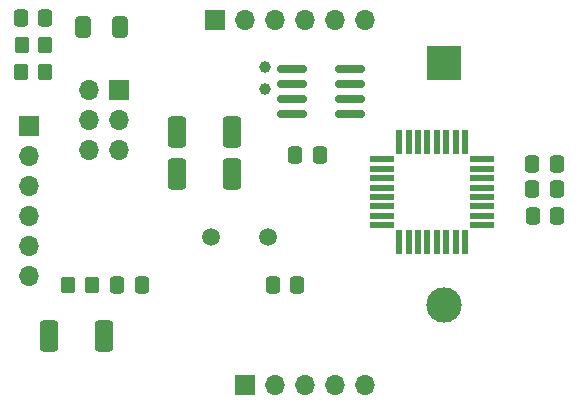
<source format=gbr>
%TF.GenerationSoftware,KiCad,Pcbnew,7.0.7*%
%TF.CreationDate,2024-12-30T17:22:27+01:00*%
%TF.ProjectId,Movement5037,4d6f7665-6d65-46e7-9435-3033372e6b69,rev?*%
%TF.SameCoordinates,Original*%
%TF.FileFunction,Soldermask,Top*%
%TF.FilePolarity,Negative*%
%FSLAX46Y46*%
G04 Gerber Fmt 4.6, Leading zero omitted, Abs format (unit mm)*
G04 Created by KiCad (PCBNEW 7.0.7) date 2024-12-30 17:22:27*
%MOMM*%
%LPD*%
G01*
G04 APERTURE LIST*
G04 Aperture macros list*
%AMRoundRect*
0 Rectangle with rounded corners*
0 $1 Rounding radius*
0 $2 $3 $4 $5 $6 $7 $8 $9 X,Y pos of 4 corners*
0 Add a 4 corners polygon primitive as box body*
4,1,4,$2,$3,$4,$5,$6,$7,$8,$9,$2,$3,0*
0 Add four circle primitives for the rounded corners*
1,1,$1+$1,$2,$3*
1,1,$1+$1,$4,$5*
1,1,$1+$1,$6,$7*
1,1,$1+$1,$8,$9*
0 Add four rect primitives between the rounded corners*
20,1,$1+$1,$2,$3,$4,$5,0*
20,1,$1+$1,$4,$5,$6,$7,0*
20,1,$1+$1,$6,$7,$8,$9,0*
20,1,$1+$1,$8,$9,$2,$3,0*%
G04 Aperture macros list end*
%ADD10RoundRect,0.249999X-0.512501X-1.075001X0.512501X-1.075001X0.512501X1.075001X-0.512501X1.075001X0*%
%ADD11R,1.700000X1.700000*%
%ADD12O,1.700000X1.700000*%
%ADD13RoundRect,0.250000X-0.412500X-0.650000X0.412500X-0.650000X0.412500X0.650000X-0.412500X0.650000X0*%
%ADD14C,1.000000*%
%ADD15RoundRect,0.250000X0.337500X0.475000X-0.337500X0.475000X-0.337500X-0.475000X0.337500X-0.475000X0*%
%ADD16RoundRect,0.250000X-0.337500X-0.475000X0.337500X-0.475000X0.337500X0.475000X-0.337500X0.475000X0*%
%ADD17C,1.500000*%
%ADD18RoundRect,0.150000X-1.100000X-0.150000X1.100000X-0.150000X1.100000X0.150000X-1.100000X0.150000X0*%
%ADD19RoundRect,0.250000X-0.350000X-0.450000X0.350000X-0.450000X0.350000X0.450000X-0.350000X0.450000X0*%
%ADD20R,2.000000X0.550000*%
%ADD21R,0.550000X2.000000*%
%ADD22R,3.000000X3.000000*%
%ADD23C,3.000000*%
G04 APERTURE END LIST*
D10*
%TO.C,D3*%
X81609500Y-74930000D03*
X86284500Y-74930000D03*
%TD*%
D11*
%TO.C,J1*%
X87376000Y-96354000D03*
D12*
X89916000Y-96354000D03*
X92456000Y-96354000D03*
X94996000Y-96354000D03*
X97536000Y-96354000D03*
%TD*%
D13*
%TO.C,C8*%
X73660000Y-66040000D03*
X76785000Y-66040000D03*
%TD*%
D14*
%TO.C,Y2*%
X89090000Y-69408000D03*
X89090000Y-71308000D03*
%TD*%
D15*
%TO.C,C2*%
X91821000Y-87884000D03*
X89746000Y-87884000D03*
%TD*%
D16*
%TO.C,C1*%
X76581000Y-87884000D03*
X78656000Y-87884000D03*
%TD*%
%TO.C,C3*%
X68410000Y-65278000D03*
X70485000Y-65278000D03*
%TD*%
%TO.C,C5*%
X111717000Y-79756000D03*
X113792000Y-79756000D03*
%TD*%
D17*
%TO.C,Y1*%
X84486500Y-83820000D03*
X89366500Y-83820000D03*
%TD*%
D10*
%TO.C,D1*%
X81609500Y-78486000D03*
X86284500Y-78486000D03*
%TD*%
D16*
%TO.C,C7*%
X91672500Y-76835000D03*
X93747500Y-76835000D03*
%TD*%
D18*
%TO.C,U2*%
X91378000Y-69596000D03*
X91378000Y-70866000D03*
X91378000Y-72136000D03*
X91378000Y-73406000D03*
X96328000Y-73406000D03*
X96328000Y-72136000D03*
X96328000Y-70866000D03*
X96328000Y-69596000D03*
%TD*%
D19*
%TO.C,R2*%
X68485000Y-67564000D03*
X70485000Y-67564000D03*
%TD*%
D20*
%TO.C,U3*%
X99001000Y-77210000D03*
X99001000Y-78010000D03*
X99001000Y-78810000D03*
X99001000Y-79610000D03*
X99001000Y-80410000D03*
X99001000Y-81210000D03*
X99001000Y-82010000D03*
X99001000Y-82810000D03*
D21*
X100451000Y-84260000D03*
X101251000Y-84260000D03*
X102051000Y-84260000D03*
X102851000Y-84260000D03*
X103651000Y-84260000D03*
X104451000Y-84260000D03*
X105251000Y-84260000D03*
X106051000Y-84260000D03*
D20*
X107501000Y-82810000D03*
X107501000Y-82010000D03*
X107501000Y-81210000D03*
X107501000Y-80410000D03*
X107501000Y-79610000D03*
X107501000Y-78810000D03*
X107501000Y-78010000D03*
X107501000Y-77210000D03*
D21*
X106051000Y-75760000D03*
X105251000Y-75760000D03*
X104451000Y-75760000D03*
X103651000Y-75760000D03*
X102851000Y-75760000D03*
X102051000Y-75760000D03*
X101251000Y-75760000D03*
X100451000Y-75760000D03*
%TD*%
D10*
%TO.C,D2*%
X70814500Y-92202000D03*
X75489500Y-92202000D03*
%TD*%
D19*
%TO.C,R1*%
X72406000Y-87884000D03*
X74406000Y-87884000D03*
%TD*%
%TO.C,R3*%
X68469000Y-69850000D03*
X70469000Y-69850000D03*
%TD*%
D16*
%TO.C,C6*%
X111760000Y-82042000D03*
X113835000Y-82042000D03*
%TD*%
D11*
%TO.C,J4*%
X84836000Y-65405000D03*
D12*
X87376000Y-65405000D03*
X89916000Y-65405000D03*
X92456000Y-65405000D03*
X94996000Y-65405000D03*
X97536000Y-65405000D03*
%TD*%
D16*
%TO.C,C4*%
X111717000Y-77597000D03*
X113792000Y-77597000D03*
%TD*%
D11*
%TO.C,J6*%
X69088000Y-74422000D03*
D12*
X69088000Y-76962000D03*
X69088000Y-79502000D03*
X69088000Y-82042000D03*
X69088000Y-84582000D03*
X69088000Y-87122000D03*
%TD*%
D22*
%TO.C,BT1*%
X104267000Y-69030000D03*
D23*
X104267000Y-89520000D03*
%TD*%
D11*
%TO.C,J7*%
X76708000Y-71374000D03*
D12*
X74168000Y-71374000D03*
X76708000Y-73914000D03*
X74168000Y-73914000D03*
X76708000Y-76454000D03*
X74168000Y-76454000D03*
%TD*%
M02*

</source>
